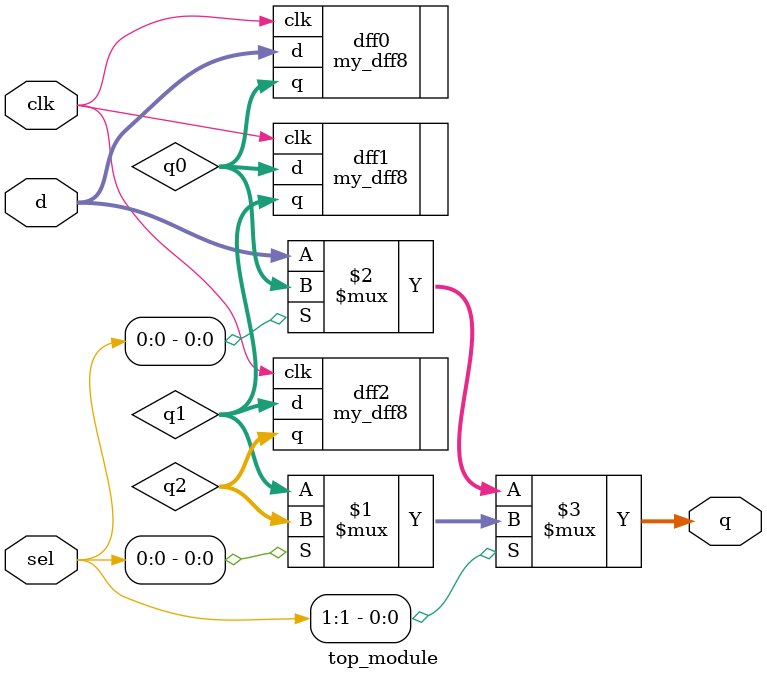
<source format=v>
module top_module ( 
    input clk, 
    input [7:0] d, 
    input [1:0] sel, 
    output [7:0] q 
);
    wire [7:0] q0, q1, q2;
    my_dff8 dff0 ( .clk(clk), .d(d), .q(q0) );
    my_dff8 dff1 ( .clk(clk), .d(q0), .q(q1) );
    my_dff8 dff2 ( .clk(clk), .d(q1), .q(q2) );
    
    assign q = sel[1] ? (sel[0] ? q2:q1):(sel[0] ? q0:d);
    
endmodule

</source>
